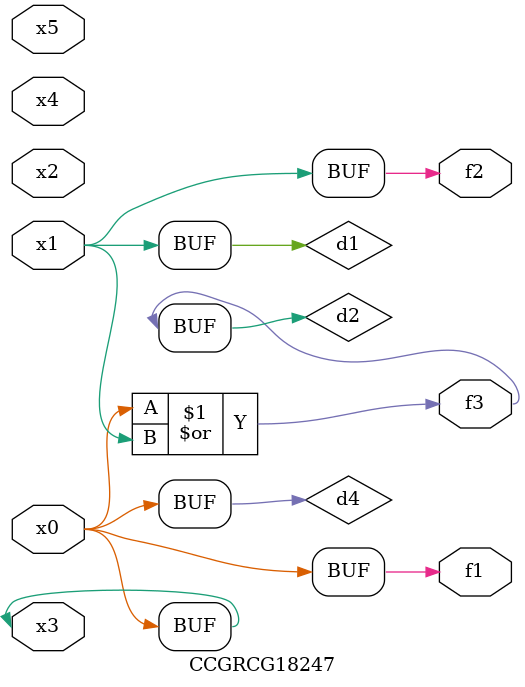
<source format=v>
module CCGRCG18247(
	input x0, x1, x2, x3, x4, x5,
	output f1, f2, f3
);

	wire d1, d2, d3, d4;

	and (d1, x1);
	or (d2, x0, x1);
	nand (d3, x0, x5);
	buf (d4, x0, x3);
	assign f1 = d4;
	assign f2 = d1;
	assign f3 = d2;
endmodule

</source>
